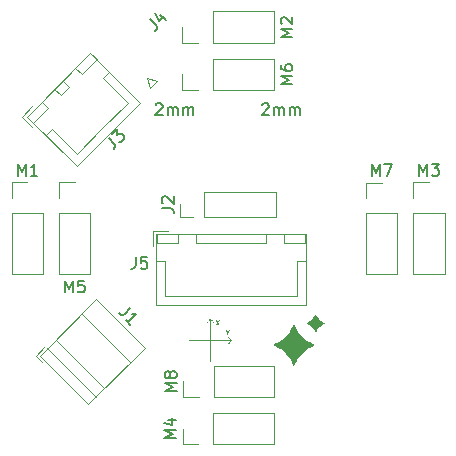
<source format=gbr>
%TF.GenerationSoftware,KiCad,Pcbnew,8.0.5*%
%TF.CreationDate,2025-01-19T22:36:25+08:00*%
%TF.ProjectId,Servo Breakout Board ,53657276-6f20-4427-9265-616b6f757420,rev?*%
%TF.SameCoordinates,Original*%
%TF.FileFunction,Legend,Top*%
%TF.FilePolarity,Positive*%
%FSLAX46Y46*%
G04 Gerber Fmt 4.6, Leading zero omitted, Abs format (unit mm)*
G04 Created by KiCad (PCBNEW 8.0.5) date 2025-01-19 22:36:25*
%MOMM*%
%LPD*%
G01*
G04 APERTURE LIST*
%ADD10C,0.150000*%
%ADD11C,0.120000*%
%ADD12C,0.000000*%
G04 APERTURE END LIST*
D10*
X23150476Y-48084819D02*
X23150476Y-47084819D01*
X23150476Y-47084819D02*
X23483809Y-47799104D01*
X23483809Y-47799104D02*
X23817142Y-47084819D01*
X23817142Y-47084819D02*
X23817142Y-48084819D01*
X24817142Y-48084819D02*
X24245714Y-48084819D01*
X24531428Y-48084819D02*
X24531428Y-47084819D01*
X24531428Y-47084819D02*
X24436190Y-47227676D01*
X24436190Y-47227676D02*
X24340952Y-47322914D01*
X24340952Y-47322914D02*
X24245714Y-47370533D01*
X46414819Y-36309523D02*
X45414819Y-36309523D01*
X45414819Y-36309523D02*
X46129104Y-35976190D01*
X46129104Y-35976190D02*
X45414819Y-35642857D01*
X45414819Y-35642857D02*
X46414819Y-35642857D01*
X45510057Y-35214285D02*
X45462438Y-35166666D01*
X45462438Y-35166666D02*
X45414819Y-35071428D01*
X45414819Y-35071428D02*
X45414819Y-34833333D01*
X45414819Y-34833333D02*
X45462438Y-34738095D01*
X45462438Y-34738095D02*
X45510057Y-34690476D01*
X45510057Y-34690476D02*
X45605295Y-34642857D01*
X45605295Y-34642857D02*
X45700533Y-34642857D01*
X45700533Y-34642857D02*
X45843390Y-34690476D01*
X45843390Y-34690476D02*
X46414819Y-35261904D01*
X46414819Y-35261904D02*
X46414819Y-34642857D01*
X27150476Y-57954819D02*
X27150476Y-56954819D01*
X27150476Y-56954819D02*
X27483809Y-57669104D01*
X27483809Y-57669104D02*
X27817142Y-56954819D01*
X27817142Y-56954819D02*
X27817142Y-57954819D01*
X28769523Y-56954819D02*
X28293333Y-56954819D01*
X28293333Y-56954819D02*
X28245714Y-57431009D01*
X28245714Y-57431009D02*
X28293333Y-57383390D01*
X28293333Y-57383390D02*
X28388571Y-57335771D01*
X28388571Y-57335771D02*
X28626666Y-57335771D01*
X28626666Y-57335771D02*
X28721904Y-57383390D01*
X28721904Y-57383390D02*
X28769523Y-57431009D01*
X28769523Y-57431009D02*
X28817142Y-57526247D01*
X28817142Y-57526247D02*
X28817142Y-57764342D01*
X28817142Y-57764342D02*
X28769523Y-57859580D01*
X28769523Y-57859580D02*
X28721904Y-57907200D01*
X28721904Y-57907200D02*
X28626666Y-57954819D01*
X28626666Y-57954819D02*
X28388571Y-57954819D01*
X28388571Y-57954819D02*
X28293333Y-57907200D01*
X28293333Y-57907200D02*
X28245714Y-57859580D01*
X43840953Y-42050057D02*
X43888572Y-42002438D01*
X43888572Y-42002438D02*
X43983810Y-41954819D01*
X43983810Y-41954819D02*
X44221905Y-41954819D01*
X44221905Y-41954819D02*
X44317143Y-42002438D01*
X44317143Y-42002438D02*
X44364762Y-42050057D01*
X44364762Y-42050057D02*
X44412381Y-42145295D01*
X44412381Y-42145295D02*
X44412381Y-42240533D01*
X44412381Y-42240533D02*
X44364762Y-42383390D01*
X44364762Y-42383390D02*
X43793334Y-42954819D01*
X43793334Y-42954819D02*
X44412381Y-42954819D01*
X44840953Y-42954819D02*
X44840953Y-42288152D01*
X44840953Y-42383390D02*
X44888572Y-42335771D01*
X44888572Y-42335771D02*
X44983810Y-42288152D01*
X44983810Y-42288152D02*
X45126667Y-42288152D01*
X45126667Y-42288152D02*
X45221905Y-42335771D01*
X45221905Y-42335771D02*
X45269524Y-42431009D01*
X45269524Y-42431009D02*
X45269524Y-42954819D01*
X45269524Y-42431009D02*
X45317143Y-42335771D01*
X45317143Y-42335771D02*
X45412381Y-42288152D01*
X45412381Y-42288152D02*
X45555238Y-42288152D01*
X45555238Y-42288152D02*
X45650477Y-42335771D01*
X45650477Y-42335771D02*
X45698096Y-42431009D01*
X45698096Y-42431009D02*
X45698096Y-42954819D01*
X46174286Y-42954819D02*
X46174286Y-42288152D01*
X46174286Y-42383390D02*
X46221905Y-42335771D01*
X46221905Y-42335771D02*
X46317143Y-42288152D01*
X46317143Y-42288152D02*
X46460000Y-42288152D01*
X46460000Y-42288152D02*
X46555238Y-42335771D01*
X46555238Y-42335771D02*
X46602857Y-42431009D01*
X46602857Y-42431009D02*
X46602857Y-42954819D01*
X46602857Y-42431009D02*
X46650476Y-42335771D01*
X46650476Y-42335771D02*
X46745714Y-42288152D01*
X46745714Y-42288152D02*
X46888571Y-42288152D01*
X46888571Y-42288152D02*
X46983810Y-42335771D01*
X46983810Y-42335771D02*
X47031429Y-42431009D01*
X47031429Y-42431009D02*
X47031429Y-42954819D01*
X53150476Y-48124819D02*
X53150476Y-47124819D01*
X53150476Y-47124819D02*
X53483809Y-47839104D01*
X53483809Y-47839104D02*
X53817142Y-47124819D01*
X53817142Y-47124819D02*
X53817142Y-48124819D01*
X54198095Y-47124819D02*
X54864761Y-47124819D01*
X54864761Y-47124819D02*
X54436190Y-48124819D01*
X35354819Y-50833333D02*
X36069104Y-50833333D01*
X36069104Y-50833333D02*
X36211961Y-50880952D01*
X36211961Y-50880952D02*
X36307200Y-50976190D01*
X36307200Y-50976190D02*
X36354819Y-51119047D01*
X36354819Y-51119047D02*
X36354819Y-51214285D01*
X35450057Y-50404761D02*
X35402438Y-50357142D01*
X35402438Y-50357142D02*
X35354819Y-50261904D01*
X35354819Y-50261904D02*
X35354819Y-50023809D01*
X35354819Y-50023809D02*
X35402438Y-49928571D01*
X35402438Y-49928571D02*
X35450057Y-49880952D01*
X35450057Y-49880952D02*
X35545295Y-49833333D01*
X35545295Y-49833333D02*
X35640533Y-49833333D01*
X35640533Y-49833333D02*
X35783390Y-49880952D01*
X35783390Y-49880952D02*
X36354819Y-50452380D01*
X36354819Y-50452380D02*
X36354819Y-49833333D01*
X34840953Y-42050057D02*
X34888572Y-42002438D01*
X34888572Y-42002438D02*
X34983810Y-41954819D01*
X34983810Y-41954819D02*
X35221905Y-41954819D01*
X35221905Y-41954819D02*
X35317143Y-42002438D01*
X35317143Y-42002438D02*
X35364762Y-42050057D01*
X35364762Y-42050057D02*
X35412381Y-42145295D01*
X35412381Y-42145295D02*
X35412381Y-42240533D01*
X35412381Y-42240533D02*
X35364762Y-42383390D01*
X35364762Y-42383390D02*
X34793334Y-42954819D01*
X34793334Y-42954819D02*
X35412381Y-42954819D01*
X35840953Y-42954819D02*
X35840953Y-42288152D01*
X35840953Y-42383390D02*
X35888572Y-42335771D01*
X35888572Y-42335771D02*
X35983810Y-42288152D01*
X35983810Y-42288152D02*
X36126667Y-42288152D01*
X36126667Y-42288152D02*
X36221905Y-42335771D01*
X36221905Y-42335771D02*
X36269524Y-42431009D01*
X36269524Y-42431009D02*
X36269524Y-42954819D01*
X36269524Y-42431009D02*
X36317143Y-42335771D01*
X36317143Y-42335771D02*
X36412381Y-42288152D01*
X36412381Y-42288152D02*
X36555238Y-42288152D01*
X36555238Y-42288152D02*
X36650477Y-42335771D01*
X36650477Y-42335771D02*
X36698096Y-42431009D01*
X36698096Y-42431009D02*
X36698096Y-42954819D01*
X37174286Y-42954819D02*
X37174286Y-42288152D01*
X37174286Y-42383390D02*
X37221905Y-42335771D01*
X37221905Y-42335771D02*
X37317143Y-42288152D01*
X37317143Y-42288152D02*
X37460000Y-42288152D01*
X37460000Y-42288152D02*
X37555238Y-42335771D01*
X37555238Y-42335771D02*
X37602857Y-42431009D01*
X37602857Y-42431009D02*
X37602857Y-42954819D01*
X37602857Y-42431009D02*
X37650476Y-42335771D01*
X37650476Y-42335771D02*
X37745714Y-42288152D01*
X37745714Y-42288152D02*
X37888571Y-42288152D01*
X37888571Y-42288152D02*
X37983810Y-42335771D01*
X37983810Y-42335771D02*
X38031429Y-42431009D01*
X38031429Y-42431009D02*
X38031429Y-42954819D01*
X36599819Y-66309523D02*
X35599819Y-66309523D01*
X35599819Y-66309523D02*
X36314104Y-65976190D01*
X36314104Y-65976190D02*
X35599819Y-65642857D01*
X35599819Y-65642857D02*
X36599819Y-65642857D01*
X36028390Y-65023809D02*
X35980771Y-65119047D01*
X35980771Y-65119047D02*
X35933152Y-65166666D01*
X35933152Y-65166666D02*
X35837914Y-65214285D01*
X35837914Y-65214285D02*
X35790295Y-65214285D01*
X35790295Y-65214285D02*
X35695057Y-65166666D01*
X35695057Y-65166666D02*
X35647438Y-65119047D01*
X35647438Y-65119047D02*
X35599819Y-65023809D01*
X35599819Y-65023809D02*
X35599819Y-64833333D01*
X35599819Y-64833333D02*
X35647438Y-64738095D01*
X35647438Y-64738095D02*
X35695057Y-64690476D01*
X35695057Y-64690476D02*
X35790295Y-64642857D01*
X35790295Y-64642857D02*
X35837914Y-64642857D01*
X35837914Y-64642857D02*
X35933152Y-64690476D01*
X35933152Y-64690476D02*
X35980771Y-64738095D01*
X35980771Y-64738095D02*
X36028390Y-64833333D01*
X36028390Y-64833333D02*
X36028390Y-65023809D01*
X36028390Y-65023809D02*
X36076009Y-65119047D01*
X36076009Y-65119047D02*
X36123628Y-65166666D01*
X36123628Y-65166666D02*
X36218866Y-65214285D01*
X36218866Y-65214285D02*
X36409342Y-65214285D01*
X36409342Y-65214285D02*
X36504580Y-65166666D01*
X36504580Y-65166666D02*
X36552200Y-65119047D01*
X36552200Y-65119047D02*
X36599819Y-65023809D01*
X36599819Y-65023809D02*
X36599819Y-64833333D01*
X36599819Y-64833333D02*
X36552200Y-64738095D01*
X36552200Y-64738095D02*
X36504580Y-64690476D01*
X36504580Y-64690476D02*
X36409342Y-64642857D01*
X36409342Y-64642857D02*
X36218866Y-64642857D01*
X36218866Y-64642857D02*
X36123628Y-64690476D01*
X36123628Y-64690476D02*
X36076009Y-64738095D01*
X36076009Y-64738095D02*
X36028390Y-64833333D01*
X36559819Y-70309523D02*
X35559819Y-70309523D01*
X35559819Y-70309523D02*
X36274104Y-69976190D01*
X36274104Y-69976190D02*
X35559819Y-69642857D01*
X35559819Y-69642857D02*
X36559819Y-69642857D01*
X35893152Y-68738095D02*
X36559819Y-68738095D01*
X35512200Y-68976190D02*
X36226485Y-69214285D01*
X36226485Y-69214285D02*
X36226485Y-68595238D01*
X57150476Y-48084819D02*
X57150476Y-47084819D01*
X57150476Y-47084819D02*
X57483809Y-47799104D01*
X57483809Y-47799104D02*
X57817142Y-47084819D01*
X57817142Y-47084819D02*
X57817142Y-48084819D01*
X58198095Y-47084819D02*
X58817142Y-47084819D01*
X58817142Y-47084819D02*
X58483809Y-47465771D01*
X58483809Y-47465771D02*
X58626666Y-47465771D01*
X58626666Y-47465771D02*
X58721904Y-47513390D01*
X58721904Y-47513390D02*
X58769523Y-47561009D01*
X58769523Y-47561009D02*
X58817142Y-47656247D01*
X58817142Y-47656247D02*
X58817142Y-47894342D01*
X58817142Y-47894342D02*
X58769523Y-47989580D01*
X58769523Y-47989580D02*
X58721904Y-48037200D01*
X58721904Y-48037200D02*
X58626666Y-48084819D01*
X58626666Y-48084819D02*
X58340952Y-48084819D01*
X58340952Y-48084819D02*
X58245714Y-48037200D01*
X58245714Y-48037200D02*
X58198095Y-47989580D01*
X30838797Y-44850201D02*
X31343873Y-45355277D01*
X31343873Y-45355277D02*
X31411217Y-45489964D01*
X31411217Y-45489964D02*
X31411217Y-45624651D01*
X31411217Y-45624651D02*
X31343873Y-45759338D01*
X31343873Y-45759338D02*
X31276530Y-45826682D01*
X31108171Y-44580827D02*
X31545904Y-44143094D01*
X31545904Y-44143094D02*
X31579576Y-44648170D01*
X31579576Y-44648170D02*
X31680591Y-44547155D01*
X31680591Y-44547155D02*
X31781606Y-44513483D01*
X31781606Y-44513483D02*
X31848950Y-44513483D01*
X31848950Y-44513483D02*
X31949965Y-44547155D01*
X31949965Y-44547155D02*
X32118324Y-44715514D01*
X32118324Y-44715514D02*
X32151995Y-44816529D01*
X32151995Y-44816529D02*
X32151995Y-44883872D01*
X32151995Y-44883872D02*
X32118324Y-44984888D01*
X32118324Y-44984888D02*
X31916293Y-45186918D01*
X31916293Y-45186918D02*
X31815278Y-45220590D01*
X31815278Y-45220590D02*
X31747934Y-45220590D01*
X32696319Y-59285204D02*
X32191243Y-59790280D01*
X32191243Y-59790280D02*
X32056556Y-59857624D01*
X32056556Y-59857624D02*
X31921869Y-59857624D01*
X31921869Y-59857624D02*
X31787182Y-59790280D01*
X31787182Y-59790280D02*
X31719838Y-59722937D01*
X32696319Y-60699418D02*
X32292258Y-60295357D01*
X32494289Y-60497387D02*
X33201396Y-59790280D01*
X33201396Y-59790280D02*
X33033037Y-59823952D01*
X33033037Y-59823952D02*
X32898350Y-59823952D01*
X32898350Y-59823952D02*
X32797335Y-59790280D01*
X33126666Y-54954819D02*
X33126666Y-55669104D01*
X33126666Y-55669104D02*
X33079047Y-55811961D01*
X33079047Y-55811961D02*
X32983809Y-55907200D01*
X32983809Y-55907200D02*
X32840952Y-55954819D01*
X32840952Y-55954819D02*
X32745714Y-55954819D01*
X34079047Y-54954819D02*
X33602857Y-54954819D01*
X33602857Y-54954819D02*
X33555238Y-55431009D01*
X33555238Y-55431009D02*
X33602857Y-55383390D01*
X33602857Y-55383390D02*
X33698095Y-55335771D01*
X33698095Y-55335771D02*
X33936190Y-55335771D01*
X33936190Y-55335771D02*
X34031428Y-55383390D01*
X34031428Y-55383390D02*
X34079047Y-55431009D01*
X34079047Y-55431009D02*
X34126666Y-55526247D01*
X34126666Y-55526247D02*
X34126666Y-55764342D01*
X34126666Y-55764342D02*
X34079047Y-55859580D01*
X34079047Y-55859580D02*
X34031428Y-55907200D01*
X34031428Y-55907200D02*
X33936190Y-55954819D01*
X33936190Y-55954819D02*
X33698095Y-55954819D01*
X33698095Y-55954819D02*
X33602857Y-55907200D01*
X33602857Y-55907200D02*
X33555238Y-55859580D01*
X46414819Y-40309523D02*
X45414819Y-40309523D01*
X45414819Y-40309523D02*
X46129104Y-39976190D01*
X46129104Y-39976190D02*
X45414819Y-39642857D01*
X45414819Y-39642857D02*
X46414819Y-39642857D01*
X45414819Y-38738095D02*
X45414819Y-38928571D01*
X45414819Y-38928571D02*
X45462438Y-39023809D01*
X45462438Y-39023809D02*
X45510057Y-39071428D01*
X45510057Y-39071428D02*
X45652914Y-39166666D01*
X45652914Y-39166666D02*
X45843390Y-39214285D01*
X45843390Y-39214285D02*
X46224342Y-39214285D01*
X46224342Y-39214285D02*
X46319580Y-39166666D01*
X46319580Y-39166666D02*
X46367200Y-39119047D01*
X46367200Y-39119047D02*
X46414819Y-39023809D01*
X46414819Y-39023809D02*
X46414819Y-38833333D01*
X46414819Y-38833333D02*
X46367200Y-38738095D01*
X46367200Y-38738095D02*
X46319580Y-38690476D01*
X46319580Y-38690476D02*
X46224342Y-38642857D01*
X46224342Y-38642857D02*
X45986247Y-38642857D01*
X45986247Y-38642857D02*
X45891009Y-38690476D01*
X45891009Y-38690476D02*
X45843390Y-38738095D01*
X45843390Y-38738095D02*
X45795771Y-38833333D01*
X45795771Y-38833333D02*
X45795771Y-39023809D01*
X45795771Y-39023809D02*
X45843390Y-39119047D01*
X45843390Y-39119047D02*
X45891009Y-39166666D01*
X45891009Y-39166666D02*
X45986247Y-39214285D01*
X34338796Y-34850201D02*
X34843872Y-35355277D01*
X34843872Y-35355277D02*
X34911216Y-35489964D01*
X34911216Y-35489964D02*
X34911216Y-35624651D01*
X34911216Y-35624651D02*
X34843872Y-35759338D01*
X34843872Y-35759338D02*
X34776529Y-35826682D01*
X35214262Y-34446140D02*
X35685666Y-34917544D01*
X34776529Y-34345124D02*
X35113246Y-35018559D01*
X35113246Y-35018559D02*
X35550979Y-34580827D01*
D11*
%TO.C,M1*%
X22630000Y-48630000D02*
X23960000Y-48630000D01*
X22630000Y-49960000D02*
X22630000Y-48630000D01*
X22630000Y-51230000D02*
X22630000Y-56370000D01*
X22630000Y-51230000D02*
X25290000Y-51230000D01*
X22630000Y-56370000D02*
X25290000Y-56370000D01*
X25290000Y-51230000D02*
X25290000Y-56370000D01*
%TO.C,M2*%
X37090000Y-36830000D02*
X37090000Y-35500000D01*
X38420000Y-36830000D02*
X37090000Y-36830000D01*
X39690000Y-34170000D02*
X44830000Y-34170000D01*
X39690000Y-36830000D02*
X39690000Y-34170000D01*
X39690000Y-36830000D02*
X44830000Y-36830000D01*
X44830000Y-36830000D02*
X44830000Y-34170000D01*
%TO.C,M5*%
X26630000Y-48630000D02*
X27960000Y-48630000D01*
X26630000Y-49960000D02*
X26630000Y-48630000D01*
X26630000Y-51230000D02*
X26630000Y-56370000D01*
X26630000Y-51230000D02*
X29290000Y-51230000D01*
X26630000Y-56370000D02*
X29290000Y-56370000D01*
X29290000Y-51230000D02*
X29290000Y-56370000D01*
%TO.C,M7*%
X52630000Y-48670000D02*
X53960000Y-48670000D01*
X52630000Y-50000000D02*
X52630000Y-48670000D01*
X52630000Y-51270000D02*
X52630000Y-56410000D01*
X52630000Y-51270000D02*
X55290000Y-51270000D01*
X52630000Y-56410000D02*
X55290000Y-56410000D01*
X55290000Y-51270000D02*
X55290000Y-56410000D01*
%TO.C,J2*%
X36900000Y-51560000D02*
X36900000Y-50500000D01*
X37960000Y-51560000D02*
X36900000Y-51560000D01*
X38960000Y-49440000D02*
X45020000Y-49440000D01*
X38960000Y-51560000D02*
X38960000Y-49440000D01*
X38960000Y-51560000D02*
X45020000Y-51560000D01*
X45020000Y-51560000D02*
X45020000Y-49440000D01*
%TO.C,M8*%
X37145000Y-66830000D02*
X37145000Y-65500000D01*
X38475000Y-66830000D02*
X37145000Y-66830000D01*
X39745000Y-64170000D02*
X44885000Y-64170000D01*
X39745000Y-66830000D02*
X39745000Y-64170000D01*
X39745000Y-66830000D02*
X44885000Y-66830000D01*
X44885000Y-66830000D02*
X44885000Y-64170000D01*
%TO.C,M4*%
X37105000Y-70830000D02*
X37105000Y-69500000D01*
X38435000Y-70830000D02*
X37105000Y-70830000D01*
X39705000Y-68170000D02*
X44845000Y-68170000D01*
X39705000Y-70830000D02*
X39705000Y-68170000D01*
X39705000Y-70830000D02*
X44845000Y-70830000D01*
X44845000Y-70830000D02*
X44845000Y-68170000D01*
%TO.C,M3*%
X56630000Y-48630000D02*
X57960000Y-48630000D01*
X56630000Y-49960000D02*
X56630000Y-48630000D01*
X56630000Y-51230000D02*
X56630000Y-56370000D01*
X56630000Y-51230000D02*
X59290000Y-51230000D01*
X56630000Y-56370000D02*
X59290000Y-56370000D01*
X59290000Y-51230000D02*
X59290000Y-56370000D01*
%TO.C,J3*%
X23500202Y-43070711D02*
X24384086Y-43954594D01*
X23910324Y-43070711D02*
X28131751Y-47292138D01*
X23924466Y-43070711D02*
X24454796Y-43601041D01*
X24384086Y-42186827D02*
X23500202Y-43070711D01*
X24454796Y-43601041D02*
X25727588Y-42328249D01*
X25197258Y-41797918D02*
X23924466Y-43070711D01*
X25515456Y-44661701D02*
X26045786Y-44131371D01*
X25727588Y-42328249D02*
X25197258Y-41797918D01*
X26045786Y-44131371D02*
X28131751Y-46217336D01*
X26257918Y-40737258D02*
X26788249Y-41267588D01*
X26788249Y-41267588D02*
X27495355Y-40560482D01*
X26965025Y-40030152D02*
X26257918Y-40737258D01*
X27495355Y-40560482D02*
X26965025Y-40030152D01*
X28025685Y-38969491D02*
X28556016Y-39499821D01*
X28131751Y-46217336D02*
X30288427Y-44060660D01*
X28131751Y-47292138D02*
X33519905Y-41903984D01*
X28556016Y-39499821D02*
X29828808Y-38227029D01*
X29298478Y-37682557D02*
X23910324Y-43070711D01*
X29298478Y-37696699D02*
X28025685Y-38969491D01*
X29828808Y-38227029D02*
X29298478Y-37696699D01*
X30359138Y-39818019D02*
X32445103Y-41903984D01*
X30889468Y-39287689D02*
X30359138Y-39818019D01*
X32445103Y-41903984D02*
X30288427Y-44060660D01*
X33519905Y-41903984D02*
X29298478Y-37682557D01*
%TO.C,J1*%
X24676423Y-63321734D02*
X25242108Y-63887419D01*
X25015834Y-63321734D02*
X29131195Y-67437095D01*
X25411814Y-62586343D02*
X24676423Y-63321734D01*
X25666372Y-62671196D02*
X29781734Y-66786557D01*
X26373479Y-61964089D02*
X30488840Y-66079450D01*
X28566217Y-59771351D02*
X32681579Y-63886712D01*
X29781734Y-58555834D02*
X25015834Y-63321734D01*
X29781734Y-58555834D02*
X33897095Y-62671196D01*
X33897095Y-62671196D02*
X29131195Y-67437095D01*
%TO.C,J5*%
X34610000Y-52750000D02*
X34610000Y-54000000D01*
X34900000Y-53040000D02*
X34900000Y-59010000D01*
X34900000Y-59010000D02*
X47520000Y-59010000D01*
X34910000Y-53050000D02*
X34910000Y-53800000D01*
X34910000Y-53800000D02*
X36710000Y-53800000D01*
X34910000Y-55300000D02*
X35660000Y-55300000D01*
X35660000Y-55300000D02*
X35660000Y-58250000D01*
X35660000Y-58250000D02*
X41210000Y-58250000D01*
X35860000Y-52750000D02*
X34610000Y-52750000D01*
X36710000Y-53050000D02*
X34910000Y-53050000D01*
X36710000Y-53800000D02*
X36710000Y-53050000D01*
X38210000Y-53050000D02*
X38210000Y-53800000D01*
X38210000Y-53800000D02*
X44210000Y-53800000D01*
X44210000Y-53050000D02*
X38210000Y-53050000D01*
X44210000Y-53800000D02*
X44210000Y-53050000D01*
X45710000Y-53050000D02*
X45710000Y-53800000D01*
X45710000Y-53800000D02*
X47510000Y-53800000D01*
X46760000Y-55300000D02*
X46760000Y-58250000D01*
X46760000Y-58250000D02*
X41210000Y-58250000D01*
X47510000Y-53050000D02*
X45710000Y-53050000D01*
X47510000Y-53800000D02*
X47510000Y-53050000D01*
X47510000Y-55300000D02*
X46760000Y-55300000D01*
X47520000Y-53040000D02*
X34900000Y-53040000D01*
X47520000Y-59010000D02*
X47520000Y-53040000D01*
D12*
%TO.C,G\u002A\u002A\u002A*%
G36*
X48402339Y-59794700D02*
G01*
X48432316Y-59849171D01*
X48469969Y-59926136D01*
X48471523Y-59929472D01*
X48560009Y-60077183D01*
X48682723Y-60224114D01*
X48825633Y-60356229D01*
X48974704Y-60459494D01*
X49030527Y-60488476D01*
X49108141Y-60526301D01*
X49163720Y-60556702D01*
X49185661Y-60573312D01*
X49185675Y-60573596D01*
X49164315Y-60589686D01*
X49109180Y-60620014D01*
X49032057Y-60658111D01*
X49029531Y-60659304D01*
X48883674Y-60747547D01*
X48737805Y-60869683D01*
X48606047Y-61011590D01*
X48502519Y-61159148D01*
X48472112Y-61216724D01*
X48433903Y-61294149D01*
X48403256Y-61349754D01*
X48386630Y-61371848D01*
X48386403Y-61371871D01*
X48370328Y-61351032D01*
X48340027Y-61296311D01*
X48301959Y-61219398D01*
X48300695Y-61216724D01*
X48212452Y-61070866D01*
X48090316Y-60924997D01*
X47948409Y-60793239D01*
X47800852Y-60689711D01*
X47743276Y-60659304D01*
X47665676Y-60621074D01*
X47609711Y-60590419D01*
X47587169Y-60573809D01*
X47587132Y-60573596D01*
X47607508Y-60557660D01*
X47661979Y-60527683D01*
X47738944Y-60490030D01*
X47742280Y-60488476D01*
X47887864Y-60401222D01*
X48033487Y-60279788D01*
X48165250Y-60138062D01*
X48269254Y-59989934D01*
X48300695Y-59930468D01*
X48338925Y-59852868D01*
X48369580Y-59796903D01*
X48386190Y-59774361D01*
X48386403Y-59774324D01*
X48402339Y-59794700D01*
G37*
G36*
X46573429Y-60630428D02*
G01*
X46595989Y-60688699D01*
X46736413Y-61005595D01*
X46911317Y-61295623D01*
X47127105Y-61568780D01*
X47231538Y-61680951D01*
X47433704Y-61871002D01*
X47648503Y-62035821D01*
X47886371Y-62182130D01*
X48157742Y-62316652D01*
X48335992Y-62392487D01*
X48372431Y-62409144D01*
X48373610Y-62421814D01*
X48334546Y-62438137D01*
X48298455Y-62450027D01*
X48066711Y-62543786D01*
X47825564Y-62675034D01*
X47586957Y-62835994D01*
X47362836Y-63018887D01*
X47231538Y-63144861D01*
X47056970Y-63338516D01*
X46907421Y-63537678D01*
X46775359Y-63754330D01*
X46653252Y-64000454D01*
X46568463Y-64199674D01*
X46553232Y-64231172D01*
X46539505Y-64231679D01*
X46520758Y-64195384D01*
X46498197Y-64137112D01*
X46357773Y-63820217D01*
X46182869Y-63530189D01*
X45967081Y-63257032D01*
X45862649Y-63144861D01*
X45654207Y-62951947D01*
X45423577Y-62775949D01*
X45182701Y-62624644D01*
X44943524Y-62505813D01*
X44795731Y-62450027D01*
X44734724Y-62429024D01*
X44716448Y-62415487D01*
X44735918Y-62401774D01*
X44758194Y-62392487D01*
X45053974Y-62261740D01*
X45310152Y-62123135D01*
X45537165Y-61969949D01*
X45745446Y-61795460D01*
X45862649Y-61680951D01*
X46037216Y-61487296D01*
X46186765Y-61288134D01*
X46318827Y-61071482D01*
X46440935Y-60825358D01*
X46525723Y-60626138D01*
X46540954Y-60594640D01*
X46554681Y-60594133D01*
X46573429Y-60630428D01*
G37*
D11*
%TO.C,M6*%
X37090000Y-40830000D02*
X37090000Y-39500000D01*
X38420000Y-40830000D02*
X37090000Y-40830000D01*
X39690000Y-38170000D02*
X44830000Y-38170000D01*
X39690000Y-40830000D02*
X39690000Y-38170000D01*
X39690000Y-40830000D02*
X44830000Y-40830000D01*
X44830000Y-40830000D02*
X44830000Y-38170000D01*
%TO.C,J4*%
X34136776Y-39798097D02*
X34973293Y-40022241D01*
X34360920Y-40634614D02*
X34136776Y-39798097D01*
X34973293Y-40022241D02*
X34360920Y-40634614D01*
D12*
%TO.C,G\u002A\u002A\u002A*%
G36*
X40783234Y-61166302D02*
G01*
X40809988Y-61168939D01*
X40830782Y-61180542D01*
X40852196Y-61206646D01*
X40875539Y-61243927D01*
X40921969Y-61321553D01*
X40966391Y-61247401D01*
X40994426Y-61204512D01*
X41017716Y-61180918D01*
X41043039Y-61170625D01*
X41055209Y-61168895D01*
X41085540Y-61168253D01*
X41099502Y-61172560D01*
X41099606Y-61173138D01*
X41092569Y-61187866D01*
X41073702Y-61220203D01*
X41046367Y-61264489D01*
X41030131Y-61290039D01*
X40996799Y-61343514D01*
X40976231Y-61382611D01*
X40965386Y-61415811D01*
X40961223Y-61451596D01*
X40960656Y-61483800D01*
X40959885Y-61530779D01*
X40955949Y-61556400D01*
X40946410Y-61567085D01*
X40928833Y-61569255D01*
X40928234Y-61569256D01*
X40899054Y-61565664D01*
X40886550Y-61559992D01*
X40881488Y-61542021D01*
X40878123Y-61505342D01*
X40877286Y-61471829D01*
X40875047Y-61424872D01*
X40865824Y-61386630D01*
X40845863Y-61345825D01*
X40823090Y-61309078D01*
X40784686Y-61249360D01*
X40760227Y-61209160D01*
X40748637Y-61184616D01*
X40748836Y-61171865D01*
X40759746Y-61167048D01*
X40780291Y-61166301D01*
X40783234Y-61166302D01*
G37*
G36*
X40209019Y-60384710D02*
G01*
X40182081Y-60428108D01*
X40155537Y-60468863D01*
X40151009Y-60475520D01*
X40136998Y-60498537D01*
X40132101Y-60519232D01*
X40137988Y-60543567D01*
X40156326Y-60577504D01*
X40188783Y-60627005D01*
X40196621Y-60638569D01*
X40253048Y-60721663D01*
X40200424Y-60721556D01*
X40165708Y-60718527D01*
X40142674Y-60705042D01*
X40120906Y-60674235D01*
X40116122Y-60665976D01*
X40094564Y-60632863D01*
X40076537Y-60613025D01*
X40071138Y-60610503D01*
X40056480Y-60621284D01*
X40034438Y-60648631D01*
X40022746Y-60666083D01*
X39997361Y-60701168D01*
X39973539Y-60717499D01*
X39941423Y-60721656D01*
X39939482Y-60721663D01*
X39891304Y-60721663D01*
X39953551Y-60625438D01*
X39982250Y-60580093D01*
X40003952Y-60543932D01*
X40015065Y-60523010D01*
X40015798Y-60520551D01*
X40008640Y-60505533D01*
X39989778Y-60474049D01*
X39963134Y-60432612D01*
X39960218Y-60428210D01*
X39933077Y-60386584D01*
X39913283Y-60354767D01*
X39904727Y-60339037D01*
X39904639Y-60338568D01*
X39916808Y-60334534D01*
X39946442Y-60332719D01*
X39949797Y-60332711D01*
X39980987Y-60336872D01*
X40003789Y-60353678D01*
X40026634Y-60388290D01*
X40048038Y-60421387D01*
X40065701Y-60441229D01*
X40070904Y-60443763D01*
X40084642Y-60432696D01*
X40104878Y-60404701D01*
X40114733Y-60388183D01*
X40137641Y-60352931D01*
X40159925Y-60336681D01*
X40191218Y-60332610D01*
X40193177Y-60332604D01*
X40240384Y-60332604D01*
X40209019Y-60384710D01*
G37*
G36*
X39479063Y-60175242D02*
G01*
X39510128Y-60200856D01*
X39551808Y-60238929D01*
X39600393Y-60285680D01*
X39652173Y-60337331D01*
X39703438Y-60390103D01*
X39750478Y-60440217D01*
X39789583Y-60483894D01*
X39817044Y-60517355D01*
X39829149Y-60536822D01*
X39829155Y-60539510D01*
X39818093Y-60550769D01*
X39802631Y-60551337D01*
X39779809Y-60539208D01*
X39746666Y-60512375D01*
X39700243Y-60468830D01*
X39646948Y-60415993D01*
X39596523Y-60366046D01*
X39552806Y-60324064D01*
X39519603Y-60293601D01*
X39500718Y-60278211D01*
X39498211Y-60277044D01*
X39496359Y-60290538D01*
X39494612Y-60329440D01*
X39493000Y-60391369D01*
X39491551Y-60473942D01*
X39490296Y-60574779D01*
X39489263Y-60691496D01*
X39488481Y-60821713D01*
X39487981Y-60963047D01*
X39487790Y-61113117D01*
X39487790Y-61124617D01*
X39487790Y-61972210D01*
X40345567Y-61972210D01*
X41203344Y-61972210D01*
X41055778Y-61822839D01*
X40991681Y-61756093D01*
X40947886Y-61705831D01*
X40923463Y-61670604D01*
X40917485Y-61648963D01*
X40929021Y-61639460D01*
X40937698Y-61638730D01*
X40952451Y-61648172D01*
X40982451Y-61673931D01*
X41023834Y-61712162D01*
X41072738Y-61759018D01*
X41125296Y-61810654D01*
X41177646Y-61863224D01*
X41225923Y-61912880D01*
X41266263Y-61955777D01*
X41294801Y-61988070D01*
X41307674Y-62005910D01*
X41308030Y-62007341D01*
X41298534Y-62021927D01*
X41272626Y-62051673D01*
X41234174Y-62092741D01*
X41187047Y-62141292D01*
X41135114Y-62193488D01*
X41082243Y-62245491D01*
X41032304Y-62293462D01*
X40989164Y-62333562D01*
X40956693Y-62361954D01*
X40938760Y-62374798D01*
X40937305Y-62375164D01*
X40919608Y-62369778D01*
X40919169Y-62352674D01*
X40936902Y-62322428D01*
X40973725Y-62277619D01*
X41030550Y-62216823D01*
X41055778Y-62191055D01*
X41203344Y-62041684D01*
X40345567Y-62041684D01*
X39487790Y-62041684D01*
X39487790Y-62944857D01*
X39487705Y-63129938D01*
X39487428Y-63289026D01*
X39486921Y-63423921D01*
X39486147Y-63536419D01*
X39485070Y-63628319D01*
X39483652Y-63701419D01*
X39481857Y-63757516D01*
X39479648Y-63798409D01*
X39476987Y-63825894D01*
X39473839Y-63841770D01*
X39470166Y-63847834D01*
X39469263Y-63848030D01*
X39445631Y-63841858D01*
X39441473Y-63838767D01*
X39439867Y-63823622D01*
X39438349Y-63783039D01*
X39436944Y-63719368D01*
X39435675Y-63634962D01*
X39434567Y-63532172D01*
X39433644Y-63413350D01*
X39432929Y-63280846D01*
X39432448Y-63137013D01*
X39432223Y-62984201D01*
X39432210Y-62935594D01*
X39432210Y-62041684D01*
X38530523Y-62041684D01*
X38347876Y-62041621D01*
X38191089Y-62041403D01*
X38058231Y-62040985D01*
X37947373Y-62040324D01*
X37856585Y-62039376D01*
X37783938Y-62038097D01*
X37727500Y-62036444D01*
X37685342Y-62034373D01*
X37655534Y-62031840D01*
X37636147Y-62028802D01*
X37625249Y-62025214D01*
X37620920Y-62021054D01*
X37625097Y-61998388D01*
X37639363Y-61986317D01*
X37659460Y-61983132D01*
X37706729Y-61980334D01*
X37780552Y-61977933D01*
X37880312Y-61975938D01*
X38005394Y-61974359D01*
X38155180Y-61973205D01*
X38329054Y-61972487D01*
X38526399Y-61972212D01*
X38548966Y-61972210D01*
X39432210Y-61972210D01*
X39432210Y-61121391D01*
X39432210Y-60270573D01*
X39289549Y-60412748D01*
X39220745Y-60479029D01*
X39168283Y-60524207D01*
X39131178Y-60548901D01*
X39108443Y-60553733D01*
X39099093Y-60539324D01*
X39098730Y-60532980D01*
X39108243Y-60516125D01*
X39134171Y-60484313D01*
X39172597Y-60441497D01*
X39219605Y-60391632D01*
X39271277Y-60338672D01*
X39323697Y-60286573D01*
X39372949Y-60239289D01*
X39415116Y-60200774D01*
X39446281Y-60174983D01*
X39462323Y-60165864D01*
X39479063Y-60175242D01*
G37*
%TD*%
M02*

</source>
